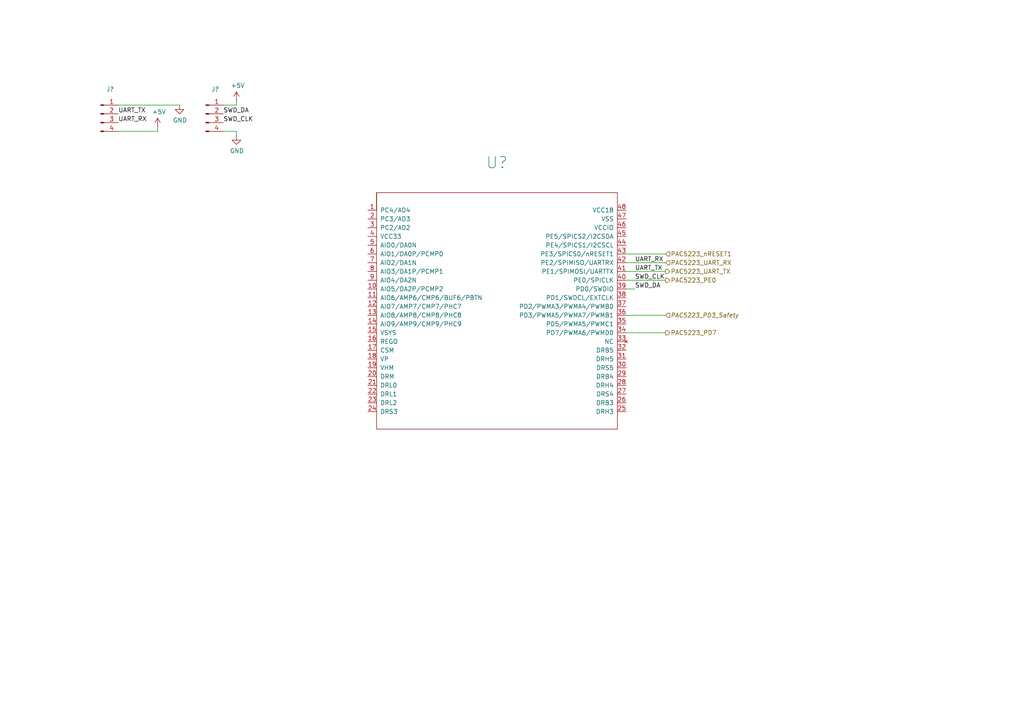
<source format=kicad_sch>
(kicad_sch (version 20211123) (generator eeschema)
  (paper "A4")
  (title_block (title "Project Mowgli") (date "2022-05-22") (rev "1.0.1") (comment 1 "(c) CyberNet / cn@warp.at") (comment 2 "https://github.com/cloudn1ne/Mowgli"))
  (lib_symbols
    (symbol "Connector:Conn_01x04_Male" (pin_names (offset 1.016) hide)
      (property "Reference" "J" (at 0 5.08 0))
      (property "Value" "Conn_01x04_Male" (at 0 -7.62 0))
      (symbol "Conn_01x04_Male_1_1"
        (polyline (pts (xy 1.27 -5.08) (xy 0.8636 -5.08)) (stroke (width 0.1524)))
        (polyline (pts (xy 1.27 -2.54) (xy 0.8636 -2.54)) (stroke (width 0.1524)))
        (polyline (pts (xy 1.27 0) (xy 0.8636 0)) (stroke (width 0.1524)))
        (polyline (pts (xy 1.27 2.54) (xy 0.8636 2.54)) (stroke (width 0.1524)))
        (rectangle (start 0.8636 -4.953) (end 0 -5.207) (stroke (width 0.1524)) (fill (type outline)))
        (rectangle (start 0.8636 -2.413) (end 0 -2.667) (stroke (width 0.1524)) (fill (type outline)))
        (rectangle (start 0.8636 0.127) (end 0 -0.127) (stroke (width 0.1524)) (fill (type outline)))
        (rectangle (start 0.8636 2.667) (end 0 2.413) (stroke (width 0.1524)) (fill (type outline)))
        (pin passive line (at 5.08 2.54 180) (length 3.81) (name "Pin_1") (number "1"))
        (pin passive line (at 5.08 0 180) (length 3.81) (name "Pin_2") (number "2"))
        (pin passive line (at 5.08 -2.54 180) (length 3.81) (name "Pin_3") (number "3"))
        (pin passive line (at 5.08 -5.08 180) (length 3.81) (name "Pin_4") (number "4"))
      )
    )
    (symbol "Kicad-PAC-Library:PAC5223QM" (pin_names (offset 1.016))
      (property "Reference" "U" (at -12.7 -19.05 0))
      (property "Value" "PAC5223QM" (at 0 -26.67 0))
      (symbol "PAC5223QM_0_1"
        (rectangle (start -35.56 27.94) (end -35.56 33.02))
        (rectangle (start -35.56 33.02) (end 34.29 -35.56))
      )
      (symbol "PAC5223QM_1_1"
        (pin bidirectional line (at -38.1 27.94 0) (length 2.54) (name "PC4/AD4") (number "1"))
        (pin bidirectional line (at -38.1 5.08 0) (length 2.54) (name "AIO5/DA2P/PCMP2") (number "10"))
        (pin bidirectional line (at -38.1 2.54 0) (length 2.54) (name "AIO6/AMP6/CMP6/BUF6/PBTN") (number "11"))
        (pin bidirectional line (at -38.1 0 0) (length 2.54) (name "AIO7/AMP7/CMP7/PHC7") (number "12"))
        (pin bidirectional line (at -38.1 -2.54 0) (length 2.54) (name "AIO8/AMP8/CMP8/PHC8") (number "13"))
        (pin bidirectional line (at -38.1 -5.08 0) (length 2.54) (name "AIO9/AMP9/CMP9/PHC9") (number "14"))
        (pin power_in line (at -38.1 -7.62 0) (length 2.54) (name "VSYS") (number "15"))
        (pin bidirectional line (at -38.1 -10.16 0) (length 2.54) (name "REGO") (number "16"))
        (pin bidirectional line (at -38.1 -12.7 0) (length 2.54) (name "CSM") (number "17"))
        (pin bidirectional line (at -38.1 -15.24 0) (length 2.54) (name "VP") (number "18"))
        (pin bidirectional line (at -38.1 -17.78 0) (length 2.54) (name "VHM") (number "19"))
        (pin bidirectional line (at -38.1 25.4 0) (length 2.54) (name "PC3/AD3") (number "2"))
        (pin bidirectional line (at -38.1 -20.32 0) (length 2.54) (name "DRM") (number "20"))
        (pin bidirectional line (at -38.1 -22.86 0) (length 2.54) (name "DRL0") (number "21"))
        (pin bidirectional line (at -38.1 -25.4 0) (length 2.54) (name "DRL1") (number "22"))
        (pin bidirectional line (at -38.1 -27.94 0) (length 2.54) (name "DRL2") (number "23"))
        (pin bidirectional line (at -38.1 -30.48 0) (length 2.54) (name "DRS3") (number "24"))
        (pin bidirectional line (at 36.83 -30.48 180) (length 2.54) (name "DRH3") (number "25"))
        (pin bidirectional line (at 36.83 -27.94 180) (length 2.54) (name "DRB3") (number "26"))
        (pin bidirectional line (at 36.83 -25.4 180) (length 2.54) (name "DRS4") (number "27"))
        (pin bidirectional line (at 36.83 -22.86 180) (length 2.54) (name "DRH4") (number "28"))
        (pin bidirectional line (at 36.83 -20.32 180) (length 2.54) (name "DRB4") (number "29"))
        (pin bidirectional line (at -38.1 22.86 0) (length 2.54) (name "PC2/AD2") (number "3"))
        (pin bidirectional line (at 36.83 -17.78 180) (length 2.54) (name "DRS5") (number "30"))
        (pin bidirectional line (at 36.83 -15.24 180) (length 2.54) (name "DRH5") (number "31"))
        (pin bidirectional line (at 36.83 -12.7 180) (length 2.54) (name "DRB5") (number "32"))
        (pin no_connect line (at 36.83 -10.16 180) (length 2.54) (name "NC") (number "33"))
        (pin bidirectional line (at 36.83 -7.62 180) (length 2.54) (name "PD7/PWMA6/PWMD0") (number "34"))
        (pin bidirectional line (at 36.83 -5.08 180) (length 2.54) (name "PD5/PWMA5/PWMC1") (number "35"))
        (pin bidirectional line (at 36.83 -2.54 180) (length 2.54) (name "PD3/PWMA5/PWMA7/PWMB1") (number "36"))
        (pin bidirectional line (at 36.83 0 180) (length 2.54) (name "PD2/PWMA3/PWMA4/PWMB0") (number "37"))
        (pin bidirectional line (at 36.83 2.54 180) (length 2.54) (name "PD1/SWDCL/EXTCLK") (number "38"))
        (pin bidirectional line (at 36.83 5.08 180) (length 2.54) (name "PD0/SWDIO") (number "39"))
        (pin power_in line (at -38.1 20.32 0) (length 2.54) (name "VCC33") (number "4"))
        (pin bidirectional line (at 36.83 7.62 180) (length 2.54) (name "PE0/SPICLK") (number "40"))
        (pin bidirectional line (at 36.83 10.16 180) (length 2.54) (name "PE1/SPIMOSI/UARTTX") (number "41"))
        (pin bidirectional line (at 36.83 12.7 180) (length 2.54) (name "PE2/SPIMISO/UARTRX") (number "42"))
        (pin bidirectional line (at 36.83 15.24 180) (length 2.54) (name "PE3/SPICS0/nRESET1") (number "43"))
        (pin bidirectional line (at 36.83 17.78 180) (length 2.54) (name "PE4/SPICS1/I2CSCL") (number "44"))
        (pin bidirectional line (at 36.83 20.32 180) (length 2.54) (name "PE5/SPICS2/I2CSDA") (number "45"))
        (pin power_in line (at 36.83 22.86 180) (length 2.54) (name "VCCIO") (number "46"))
        (pin unspecified line (at 36.83 25.4 180) (length 2.54) (name "VSS") (number "47"))
        (pin power_in line (at 36.83 27.94 180) (length 2.54) (name "VCC18") (number "48"))
        (pin bidirectional line (at -38.1 17.78 0) (length 2.54) (name "AIO0/DA0N") (number "5"))
        (pin bidirectional line (at -38.1 15.24 0) (length 2.54) (name "AIO1/DA0P/PCMP0") (number "6"))
        (pin bidirectional line (at -38.1 12.7 0) (length 2.54) (name "AIO2/DA1N") (number "7"))
        (pin bidirectional line (at -38.1 10.16 0) (length 2.54) (name "AIO3/DA1P/PCMP1") (number "8"))
        (pin bidirectional line (at -38.1 7.62 0) (length 2.54) (name "AIO4/DA2N") (number "9"))
      )
    )
    (symbol "power:+5V" (power) (pin_names (offset 0))
      (property "Value" "+5V" (at 0 3.556 0))
      (symbol "+5V_0_1"
        (polyline (pts (xy -0.762 1.27) (xy 0 2.54)))
        (polyline (pts (xy 0 0) (xy 0 2.54)))
        (polyline (pts (xy 0 2.54) (xy 0.762 1.27)))
      )
      (symbol "+5V_1_1"
        (pin power_in line (at 0 0 90) (length 0) hide (name "+5V") (number "1"))
      )
    )
    (symbol "power:GND" (power) (pin_names (offset 0))
      (property "Value" "GND" (at 0 -3.81 0))
      (symbol "GND_0_1"
        (polyline (pts (xy 0 0) (xy 0 -1.27) (xy 1.27 -1.27) (xy 0 -2.54) (xy -1.27 -1.27) (xy 0 -1.27)))
      )
      (symbol "GND_1_1"
        (pin power_in line (at 0 0 270) (length 0) hide (name "GND") (number "1"))
      )
    )
  )
  (wire (pts (xy 193.04 91.44) (xy 181.61 91.44)))
  (wire (pts (xy 68.58 39.37) (xy 68.58 38.1)))
  (wire (pts (xy 34.29 38.1) (xy 45.72 38.1)))
  (wire (pts (xy 193.04 76.2) (xy 181.61 76.2)))
  (wire (pts (xy 181.61 81.28) (xy 193.04 81.28)))
  (wire (pts (xy 184.15 83.82) (xy 181.61 83.82)))
  (wire (pts (xy 193.04 96.52) (xy 181.61 96.52)))
  (wire (pts (xy 52.07 30.48) (xy 34.29 30.48)))
  (wire (pts (xy 68.58 38.1) (xy 64.77 38.1)))
  (wire (pts (xy 45.72 36.83) (xy 45.72 38.1)))
  (wire (pts (xy 68.58 29.21) (xy 68.58 30.48)))
  (wire (pts (xy 193.04 73.66) (xy 181.61 73.66)))
  (wire (pts (xy 193.04 78.74) (xy 181.61 78.74)))
  (wire (pts (xy 68.58 30.48) (xy 64.77 30.48)))
  (label "UART_RX" (at 34.29 35.56 0))
  (label "UART_RX" (at 184.15 76.2 0))
  (label "SWD_DA" (at 184.15 83.82 0))
  (label "UART_TX" (at 34.29 33.02 0))
  (label "UART_TX" (at 184.15 78.74 0))
  (label "SWD_CLK" (at 64.77 35.56 0))
  (label "SWD_CLK" (at 184.15 81.28 0))
  (label "SWD_DA" (at 64.77 33.02 0))
  (hierarchical_label "PAC5223_nRESET1" (shape input) (at 193.04 73.66 0))
  (hierarchical_label "PAC5223_PD3_Safety" (shape input) (at 193.04 91.44 0) (effects (font (size 1.2446 1.2446) italic)))
  (hierarchical_label "PAC5223_UART_RX" (shape input) (at 193.04 76.2 0))
  (hierarchical_label "PAC5223_PE0" (shape output) (at 193.04 81.28 0))
  (hierarchical_label "PAC5223_UART_TX" (shape output) (at 193.04 78.74 0))
  (hierarchical_label "PAC5223_PD7" (shape output) (at 193.04 96.52 0))
  (symbol (lib_id "Kicad-PAC-Library:PAC5223QM") (at 144.78 88.9 0) (unit 1)
    (property "Reference" "U?" (at 144.145 47.1678 0) (effects (font (size 3.2766 3.2766))))
  )
  (symbol (lib_id "Connector:Conn_01x04_Male") (at 29.21 33.02 0) (unit 1)
    (property "Reference" "J?" (at 31.9532 25.8826 0))
  )
  (symbol (lib_id "power:+5V") (at 45.72 36.83 0) (unit 1)
    (property "Reference" "#PWR?" (effects hide))
  )
  (symbol (lib_id "power:GND") (at 52.07 30.48 0) (unit 1)
    (property "Reference" "#PWR?" (effects hide))
  )
  (symbol (lib_id "Connector:Conn_01x04_Male") (at 59.69 33.02 0) (unit 1)
    (property "Reference" "J?" (at 62.4332 25.8826 0))
  )
  (symbol (lib_id "power:GND") (at 68.58 39.37 0) (unit 1)
    (property "Reference" "#PWR?" (effects hide))
  )
  (symbol (lib_id "power:+5V") (at 68.58 29.21 0) (unit 1)
    (property "Reference" "#PWR?" (effects hide))
  )
)
</source>
